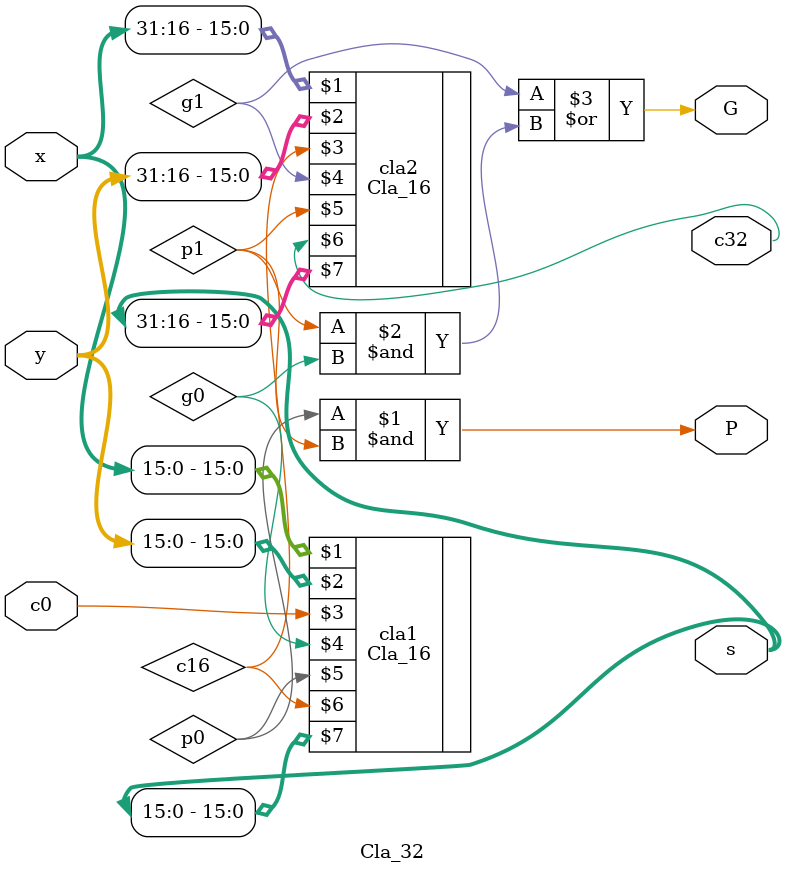
<source format=v>
module Cla_32(input [31:0] x, y, input c0, output G, P, c32, output [31:0] s);
   wire g0;
   wire p0;
   wire g1;
   wire p1;
   wire c16;

   // Send the operands down to the 16-bit adder in 16 bit halves
   Cla_16 cla1(x[15:0], y[15:0], c0, g0, p0, c16, s[15:0]);
   Cla_16 cla2(x[31:16], y[31:16], c16, g1, p1, c32, s[31:16]);

   assign P = p0 & p1;
   assign G = g1 | (p1 & g0);

endmodule

</source>
